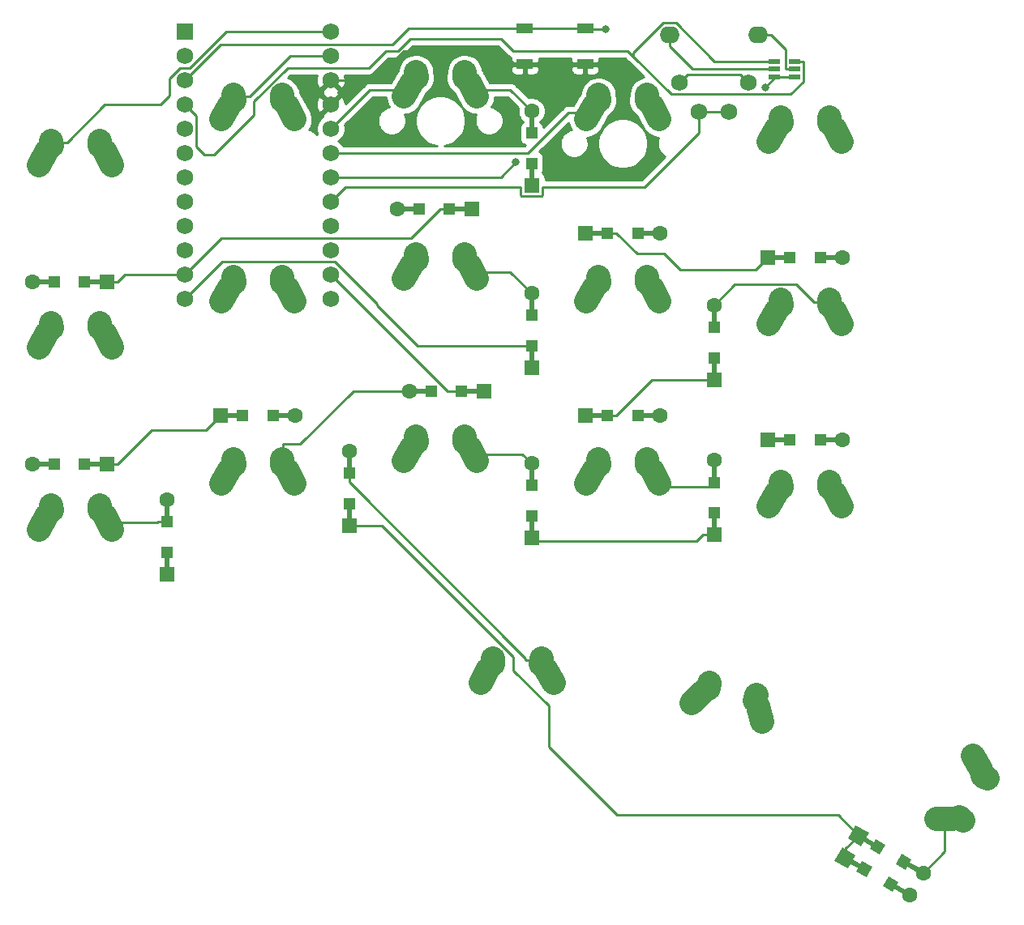
<source format=gbr>
G04 #@! TF.GenerationSoftware,KiCad,Pcbnew,(5.1.5-0-10_14)*
G04 #@! TF.CreationDate,2020-04-20T20:44:16-04:00*
G04 #@! TF.ProjectId,minidox-routed,6d696e69-646f-4782-9d72-6f757465642e,rev?*
G04 #@! TF.SameCoordinates,Original*
G04 #@! TF.FileFunction,Copper,L1,Top*
G04 #@! TF.FilePolarity,Positive*
%FSLAX46Y46*%
G04 Gerber Fmt 4.6, Leading zero omitted, Abs format (unit mm)*
G04 Created by KiCad (PCBNEW (5.1.5-0-10_14)) date 2020-04-20 20:44:16*
%MOMM*%
%LPD*%
G04 APERTURE LIST*
%ADD10R,1.200000X1.200000*%
%ADD11R,1.600000X1.600000*%
%ADD12C,1.600000*%
%ADD13R,2.500000X0.500000*%
%ADD14R,0.500000X2.500000*%
%ADD15C,0.100000*%
%ADD16C,2.500000*%
%ADD17C,1.752600*%
%ADD18O,2.057400X1.752600*%
%ADD19R,1.200000X0.600000*%
%ADD20R,1.700000X1.000000*%
%ADD21R,1.752600X1.752600*%
%ADD22C,0.800000*%
%ADD23C,0.250000*%
%ADD24C,0.254000*%
G04 APERTURE END LIST*
D10*
X64465000Y-135890000D03*
X67615000Y-135890000D03*
D11*
X69940000Y-135890000D03*
D12*
X62140000Y-135890000D03*
D13*
X68740000Y-135890000D03*
X63340000Y-135890000D03*
X101440000Y-128270000D03*
X106840000Y-128270000D03*
D12*
X100240000Y-128270000D03*
D11*
X108040000Y-128270000D03*
D10*
X105715000Y-128270000D03*
X102565000Y-128270000D03*
D14*
X114300000Y-119220000D03*
X114300000Y-124620000D03*
D12*
X114300000Y-118020000D03*
D11*
X114300000Y-125820000D03*
D10*
X114300000Y-123495000D03*
X114300000Y-120345000D03*
D13*
X126525000Y-130810000D03*
X121125000Y-130810000D03*
D12*
X127725000Y-130810000D03*
D11*
X119925000Y-130810000D03*
D10*
X122250000Y-130810000D03*
X125400000Y-130810000D03*
D13*
X145575000Y-133350000D03*
X140175000Y-133350000D03*
D12*
X146775000Y-133350000D03*
D11*
X138975000Y-133350000D03*
D10*
X141300000Y-133350000D03*
X144450000Y-133350000D03*
X64465000Y-154940000D03*
X67615000Y-154940000D03*
D11*
X69940000Y-154940000D03*
D12*
X62140000Y-154940000D03*
D13*
X68740000Y-154940000D03*
X63340000Y-154940000D03*
X88425000Y-149860000D03*
X83025000Y-149860000D03*
D12*
X89625000Y-149860000D03*
D11*
X81825000Y-149860000D03*
D10*
X84150000Y-149860000D03*
X87300000Y-149860000D03*
D14*
X114300000Y-138270000D03*
X114300000Y-143670000D03*
D12*
X114300000Y-137070000D03*
D11*
X114300000Y-144870000D03*
D10*
X114300000Y-142545000D03*
X114300000Y-139395000D03*
D13*
X126525000Y-149860000D03*
X121125000Y-149860000D03*
D12*
X127725000Y-149860000D03*
D11*
X119925000Y-149860000D03*
D10*
X122250000Y-149860000D03*
X125400000Y-149860000D03*
X133350000Y-140665000D03*
X133350000Y-143815000D03*
D11*
X133350000Y-146140000D03*
D12*
X133350000Y-138340000D03*
D14*
X133350000Y-144940000D03*
X133350000Y-139540000D03*
X76200000Y-159860000D03*
X76200000Y-165260000D03*
D12*
X76200000Y-158660000D03*
D11*
X76200000Y-166460000D03*
D10*
X76200000Y-164135000D03*
X76200000Y-160985000D03*
X103835000Y-147320000D03*
X106985000Y-147320000D03*
D11*
X109310000Y-147320000D03*
D12*
X101510000Y-147320000D03*
D13*
X108110000Y-147320000D03*
X102710000Y-147320000D03*
D10*
X114300000Y-157175000D03*
X114300000Y-160325000D03*
D11*
X114300000Y-162650000D03*
D12*
X114300000Y-154850000D03*
D14*
X114300000Y-161450000D03*
X114300000Y-156050000D03*
D10*
X133350000Y-156870000D03*
X133350000Y-160020000D03*
D11*
X133350000Y-162345000D03*
D12*
X133350000Y-154545000D03*
D14*
X133350000Y-161145000D03*
X133350000Y-155745000D03*
D10*
X144450000Y-152400000D03*
X141300000Y-152400000D03*
D11*
X138975000Y-152400000D03*
D12*
X146775000Y-152400000D03*
D13*
X140175000Y-152400000D03*
X145575000Y-152400000D03*
D10*
X95250000Y-155905000D03*
X95250000Y-159055000D03*
D11*
X95250000Y-161380000D03*
D12*
X95250000Y-153580000D03*
D14*
X95250000Y-160180000D03*
X95250000Y-154780000D03*
G04 #@! TA.AperFunction,Conductor*
D15*
G36*
X151549537Y-199010706D02*
G01*
X151799537Y-198577694D01*
X153964601Y-199827694D01*
X153714601Y-200260706D01*
X151549537Y-199010706D01*
G37*
G04 #@! TD.AperFunction*
G04 #@! TA.AperFunction,Conductor*
G36*
X146872999Y-196310706D02*
G01*
X147122999Y-195877694D01*
X149288063Y-197127694D01*
X149038063Y-197560706D01*
X146872999Y-196310706D01*
G37*
G04 #@! TD.AperFunction*
D12*
X153796299Y-200019200D03*
G04 #@! TA.AperFunction,ComponentPad*
D15*
G36*
X145948481Y-196412020D02*
G01*
X146748481Y-195026380D01*
X148134121Y-195826380D01*
X147334121Y-197212020D01*
X145948481Y-196412020D01*
G37*
G04 #@! TD.AperFunction*
G04 #@! TA.AperFunction,SMDPad,CuDef*
G36*
X148235195Y-197501315D02*
G01*
X148835195Y-196462085D01*
X149874425Y-197062085D01*
X149274425Y-198101315D01*
X148235195Y-197501315D01*
G37*
G04 #@! TD.AperFunction*
G04 #@! TA.AperFunction,SMDPad,CuDef*
G36*
X150963175Y-199076315D02*
G01*
X151563175Y-198037085D01*
X152602405Y-198637085D01*
X152002405Y-199676315D01*
X150963175Y-199076315D01*
G37*
G04 #@! TD.AperFunction*
G04 #@! TA.AperFunction,Conductor*
G36*
X152946537Y-196673906D02*
G01*
X153196537Y-196240894D01*
X155361601Y-197490894D01*
X155111601Y-197923906D01*
X152946537Y-196673906D01*
G37*
G04 #@! TD.AperFunction*
G04 #@! TA.AperFunction,Conductor*
G36*
X148269999Y-193973906D02*
G01*
X148519999Y-193540894D01*
X150685063Y-194790894D01*
X150435063Y-195223906D01*
X148269999Y-193973906D01*
G37*
G04 #@! TD.AperFunction*
D12*
X155193299Y-197682400D03*
G04 #@! TA.AperFunction,ComponentPad*
D15*
G36*
X147345481Y-194075220D02*
G01*
X148145481Y-192689580D01*
X149531121Y-193489580D01*
X148731121Y-194875220D01*
X147345481Y-194075220D01*
G37*
G04 #@! TD.AperFunction*
G04 #@! TA.AperFunction,SMDPad,CuDef*
G36*
X149632195Y-195164515D02*
G01*
X150232195Y-194125285D01*
X151271425Y-194725285D01*
X150671425Y-195764515D01*
X149632195Y-195164515D01*
G37*
G04 #@! TD.AperFunction*
G04 #@! TA.AperFunction,SMDPad,CuDef*
G36*
X152360175Y-196739515D02*
G01*
X152960175Y-195700285D01*
X153999405Y-196300285D01*
X153399405Y-197339515D01*
X152360175Y-196739515D01*
G37*
G04 #@! TD.AperFunction*
D16*
X64135276Y-121126672D02*
X64174724Y-121705328D01*
X69674547Y-122206046D02*
X70485453Y-123665954D01*
X63675453Y-122206046D02*
X62864547Y-123665954D01*
X69214724Y-121126672D02*
X69175276Y-121705328D01*
X83185276Y-116364672D02*
X83224724Y-116943328D01*
X88724547Y-117444046D02*
X89535453Y-118903954D01*
X82725453Y-117444046D02*
X81914547Y-118903954D01*
X88264724Y-116364672D02*
X88225276Y-116943328D01*
X102235276Y-113982672D02*
X102274724Y-114561328D01*
X107774547Y-115062046D02*
X108585453Y-116521954D01*
X101775453Y-115062046D02*
X100964547Y-116521954D01*
X107314724Y-113982672D02*
X107275276Y-114561328D01*
X121285276Y-116364672D02*
X121324724Y-116943328D01*
X126824547Y-117444046D02*
X127635453Y-118903954D01*
X120825453Y-117444046D02*
X120014547Y-118903954D01*
X126364724Y-116364672D02*
X126325276Y-116943328D01*
X140335276Y-118745672D02*
X140374724Y-119324328D01*
X145874547Y-119825046D02*
X146685453Y-121284954D01*
X139875453Y-119825046D02*
X139064547Y-121284954D01*
X145414724Y-118745672D02*
X145375276Y-119324328D01*
X69214724Y-140176672D02*
X69175276Y-140755328D01*
X63675453Y-141256046D02*
X62864547Y-142715954D01*
X69674547Y-141256046D02*
X70485453Y-142715954D01*
X64135276Y-140176672D02*
X64174724Y-140755328D01*
X83185276Y-135414672D02*
X83224724Y-135993328D01*
X88724547Y-136494046D02*
X89535453Y-137953954D01*
X82725453Y-136494046D02*
X81914547Y-137953954D01*
X88264724Y-135414672D02*
X88225276Y-135993328D01*
X102235276Y-133032672D02*
X102274724Y-133611328D01*
X107774547Y-134112046D02*
X108585453Y-135571954D01*
X101775453Y-134112046D02*
X100964547Y-135571954D01*
X107314724Y-133032672D02*
X107275276Y-133611328D01*
X121285276Y-135414672D02*
X121324724Y-135993328D01*
X126824547Y-136494046D02*
X127635453Y-137953954D01*
X120825453Y-136494046D02*
X120014547Y-137953954D01*
X126364724Y-135414672D02*
X126325276Y-135993328D01*
X140335276Y-137795672D02*
X140374724Y-138374328D01*
X145874547Y-138875046D02*
X146685453Y-140334954D01*
X139875453Y-138875046D02*
X139064547Y-140334954D01*
X145414724Y-137795672D02*
X145375276Y-138374328D01*
X64135276Y-159226672D02*
X64174724Y-159805328D01*
X69674547Y-160306046D02*
X70485453Y-161765954D01*
X63675453Y-160306046D02*
X62864547Y-161765954D01*
X69214724Y-159226672D02*
X69175276Y-159805328D01*
X88264724Y-154464672D02*
X88225276Y-155043328D01*
X82725453Y-155544046D02*
X81914547Y-157003954D01*
X88724547Y-155544046D02*
X89535453Y-157003954D01*
X83185276Y-154464672D02*
X83224724Y-155043328D01*
X107314724Y-152082672D02*
X107275276Y-152661328D01*
X101775453Y-153162046D02*
X100964547Y-154621954D01*
X107774547Y-153162046D02*
X108585453Y-154621954D01*
X102235276Y-152082672D02*
X102274724Y-152661328D01*
X126364724Y-154464672D02*
X126325276Y-155043328D01*
X120825453Y-155544046D02*
X120014547Y-157003954D01*
X126824547Y-155544046D02*
X127635453Y-157003954D01*
X121285276Y-154464672D02*
X121324724Y-155043328D01*
X145414724Y-156845672D02*
X145375276Y-157424328D01*
X139875453Y-157925046D02*
X139064547Y-159384954D01*
X145874547Y-157925046D02*
X146685453Y-159384954D01*
X140335276Y-156845672D02*
X140374724Y-157424328D01*
X115311724Y-175260672D02*
X115272276Y-175839328D01*
X109772453Y-176340046D02*
X108961547Y-177799954D01*
X115771547Y-176340046D02*
X116582453Y-177799954D01*
X110232276Y-175260672D02*
X110271724Y-175839328D01*
X137798812Y-179107074D02*
X137610940Y-179655804D01*
X132168925Y-178716002D02*
X131007797Y-179916286D01*
X137963604Y-180268681D02*
X138369028Y-181888721D01*
X132892441Y-177792416D02*
X132780779Y-178361566D01*
D17*
X131749800Y-118154200D03*
X136956800Y-115055400D03*
D18*
X137998200Y-110051600D03*
D17*
X129743200Y-115055400D03*
X134950200Y-118154200D03*
D18*
X128701800Y-110051600D03*
D19*
X139673000Y-113665000D03*
X139673000Y-114465000D03*
X139673000Y-112865000D03*
X141783000Y-112865000D03*
X141783000Y-114465000D03*
X141783000Y-113665000D03*
D20*
X113607000Y-109358000D03*
X119907000Y-109358000D03*
X113607000Y-113158000D03*
X119907000Y-113158000D03*
D21*
X78079600Y-109728000D03*
D17*
X78079600Y-112268000D03*
X78079600Y-114808000D03*
X78079600Y-117348000D03*
X78079600Y-119888000D03*
X78079600Y-122428000D03*
X78079600Y-124968000D03*
X78079600Y-127508000D03*
X78079600Y-130048000D03*
X78079600Y-132588000D03*
X78079600Y-135128000D03*
X78079600Y-137668000D03*
X93319600Y-137668000D03*
X93319600Y-135128000D03*
X93319600Y-132588000D03*
X93319600Y-130048000D03*
X93319600Y-127508000D03*
X93319600Y-124968000D03*
X93319600Y-122428000D03*
X93319600Y-119888000D03*
X93319600Y-117348000D03*
X93319600Y-114808000D03*
X93319600Y-112268000D03*
X93319600Y-109728000D03*
D16*
X161954890Y-187792198D02*
X161434034Y-187537034D01*
X158250488Y-192049660D02*
X156580718Y-192021972D01*
X161250035Y-186854294D02*
X160391171Y-185422074D01*
X159415166Y-192191130D02*
X158933758Y-191867638D01*
D22*
X112677900Y-123406600D03*
X138684000Y-115558000D03*
X122057800Y-109474000D03*
D23*
X62140000Y-135890000D02*
X63340000Y-135890000D01*
X63340000Y-135890000D02*
X64465000Y-135890000D01*
X69940000Y-135890000D02*
X68740000Y-135890000D01*
X70502700Y-135890000D02*
X69940000Y-135890000D01*
X70502700Y-135890000D02*
X71065300Y-135890000D01*
X68740000Y-135890000D02*
X67615000Y-135890000D01*
X105715000Y-128270000D02*
X104789700Y-128270000D01*
X104789700Y-128270000D02*
X101741800Y-131317900D01*
X101741800Y-131317900D02*
X81889700Y-131317900D01*
X81889700Y-131317900D02*
X78079600Y-135128000D01*
X105715000Y-128270000D02*
X106840000Y-128270000D01*
X108040000Y-128270000D02*
X106840000Y-128270000D01*
X114300000Y-125820000D02*
X114300000Y-124620000D01*
X114300000Y-123495000D02*
X114300000Y-124620000D01*
X119925000Y-130810000D02*
X121125000Y-130810000D01*
X122250000Y-130810000D02*
X121125000Y-130810000D01*
X140175000Y-133350000D02*
X138975000Y-133350000D01*
X141300000Y-133350000D02*
X140175000Y-133350000D01*
X78079600Y-135128000D02*
X71827300Y-135128000D01*
X71827300Y-135128000D02*
X71065300Y-135890000D01*
X122712700Y-130810000D02*
X122250000Y-130810000D01*
X123175300Y-130810000D02*
X122712700Y-130810000D01*
X125334300Y-132969000D02*
X123175300Y-130810000D01*
X128143000Y-132969000D02*
X125334300Y-132969000D01*
X137705000Y-134620000D02*
X129794000Y-134620000D01*
X129794000Y-134620000D02*
X128143000Y-132969000D01*
X138975000Y-133350000D02*
X137705000Y-134620000D01*
X100240000Y-128270000D02*
X101440000Y-128270000D01*
X102565000Y-128270000D02*
X101440000Y-128270000D01*
X114300000Y-118020000D02*
X114300000Y-119220000D01*
X108180000Y-115792000D02*
X112072000Y-115792000D01*
X112072000Y-115792000D02*
X114300000Y-118020000D01*
X114300000Y-120345000D02*
X114300000Y-119220000D01*
X127725000Y-130810000D02*
X126525000Y-130810000D01*
X125400000Y-130810000D02*
X126525000Y-130810000D01*
X146775000Y-133350000D02*
X145575000Y-133350000D01*
X144450000Y-133350000D02*
X145575000Y-133350000D01*
X62140000Y-154940000D02*
X63340000Y-154940000D01*
X63340000Y-154940000D02*
X64465000Y-154940000D01*
X78079600Y-137668000D02*
X81957900Y-133789700D01*
X81957900Y-133789700D02*
X93767100Y-133789700D01*
X93767100Y-133789700D02*
X98158500Y-138181100D01*
X98158500Y-138181100D02*
X98158500Y-138319600D01*
X98158500Y-138319600D02*
X102383900Y-142545000D01*
X102383900Y-142545000D02*
X114300000Y-142545000D01*
X68740000Y-154940000D02*
X67615000Y-154940000D01*
X69940000Y-154940000D02*
X68740000Y-154940000D01*
X114300000Y-143670000D02*
X114300000Y-144870000D01*
X133350000Y-144940000D02*
X133350000Y-146140000D01*
X133350000Y-143815000D02*
X133350000Y-144940000D01*
X83025000Y-149860000D02*
X81825000Y-149860000D01*
X84150000Y-149860000D02*
X83025000Y-149860000D01*
X122250000Y-149860000D02*
X123175300Y-149860000D01*
X123175300Y-149860000D02*
X126895300Y-146140000D01*
X126895300Y-146140000D02*
X133350000Y-146140000D01*
X122250000Y-149860000D02*
X121125000Y-149860000D01*
X114300000Y-142545000D02*
X114300000Y-143670000D01*
X119925000Y-149860000D02*
X121125000Y-149860000D01*
X70502700Y-154940000D02*
X69940000Y-154940000D01*
X71065300Y-154940000D02*
X70502700Y-154940000D01*
X74621300Y-151384000D02*
X71065300Y-154940000D01*
X80301000Y-151384000D02*
X74621300Y-151384000D01*
X81825000Y-149860000D02*
X80301000Y-151384000D01*
X89625000Y-149860000D02*
X88425000Y-149860000D01*
X87300000Y-149860000D02*
X88425000Y-149860000D01*
X114300000Y-137070000D02*
X114300000Y-138270000D01*
X108180000Y-134842000D02*
X112072000Y-134842000D01*
X112072000Y-134842000D02*
X114300000Y-137070000D01*
X114300000Y-139395000D02*
X114300000Y-138270000D01*
X127725000Y-149860000D02*
X126525000Y-149860000D01*
X125400000Y-149860000D02*
X126525000Y-149860000D01*
X133350000Y-139540000D02*
X133350000Y-138340000D01*
X133350000Y-140665000D02*
X133350000Y-139540000D01*
X145395000Y-138085000D02*
X143759200Y-137973500D01*
X143759200Y-137973500D02*
X141966500Y-136180800D01*
X141966500Y-136180800D02*
X135509200Y-136180800D01*
X135509200Y-136180800D02*
X133350000Y-138340000D01*
X106985000Y-147320000D02*
X105511600Y-147320000D01*
X105511600Y-147320000D02*
X93319600Y-135128000D01*
X108110000Y-147320000D02*
X106985000Y-147320000D01*
X109310000Y-147320000D02*
X108110000Y-147320000D01*
X133350000Y-162345000D02*
X132224700Y-162345000D01*
X114300000Y-162650000D02*
X114300000Y-163025300D01*
X114300000Y-161450000D02*
X114300000Y-162650000D01*
X114300000Y-163025300D02*
X131544400Y-163025300D01*
X131544400Y-163025300D02*
X132224700Y-162345000D01*
X114300000Y-161450000D02*
X114300000Y-160325000D01*
X133350000Y-161145000D02*
X133350000Y-162345000D01*
X133350000Y-160020000D02*
X133350000Y-161145000D01*
X138975000Y-152400000D02*
X140175000Y-152400000D01*
X140175000Y-152400000D02*
X141300000Y-152400000D01*
X76200000Y-166460000D02*
X76200000Y-165260000D01*
X76200000Y-164135000D02*
X76200000Y-165260000D01*
X76200000Y-158660000D02*
X76200000Y-159860000D01*
X75737400Y-160985000D02*
X76200000Y-160522400D01*
X76200000Y-160522400D02*
X76200000Y-159860000D01*
X75737400Y-160985000D02*
X75274700Y-160985000D01*
X76200000Y-160985000D02*
X75737400Y-160985000D01*
X70080000Y-161036000D02*
X75223700Y-161036000D01*
X75223700Y-161036000D02*
X75274700Y-160985000D01*
X88245000Y-154754000D02*
X88374900Y-152848500D01*
X88374900Y-152848500D02*
X90150500Y-152848500D01*
X90150500Y-152848500D02*
X95679000Y-147320000D01*
X95679000Y-147320000D02*
X101510000Y-147320000D01*
X101510000Y-147320000D02*
X102710000Y-147320000D01*
X102710000Y-147320000D02*
X103835000Y-147320000D01*
X114300000Y-157175000D02*
X114300000Y-156050000D01*
X114300000Y-156050000D02*
X114300000Y-154850000D01*
X108180000Y-153892000D02*
X113342000Y-153892000D01*
X113342000Y-153892000D02*
X114300000Y-154850000D01*
X133350000Y-155745000D02*
X133350000Y-154545000D01*
X133350000Y-156138800D02*
X133350000Y-155745000D01*
X133350000Y-156138800D02*
X133350000Y-156532600D01*
X133350000Y-156870000D02*
X133350000Y-157320300D01*
X133350000Y-156532600D02*
X133350000Y-156870000D01*
X127230000Y-156274000D02*
X128276300Y-157320300D01*
X128276300Y-157320300D02*
X133350000Y-157320300D01*
X146775000Y-152400000D02*
X145575000Y-152400000D01*
X145575000Y-152400000D02*
X144450000Y-152400000D01*
X95250000Y-160180000D02*
X95250000Y-161380000D01*
X95250000Y-159055000D02*
X95250000Y-160180000D01*
X147041301Y-195179400D02*
X147041301Y-196119200D01*
X148438301Y-193782400D02*
X147041301Y-195179400D01*
X98677400Y-161380000D02*
X95250000Y-161380000D01*
X112395000Y-175097600D02*
X98677400Y-161380000D01*
X112395000Y-176531026D02*
X112395000Y-175097600D01*
X116078000Y-184531000D02*
X116078000Y-180214026D01*
X123193700Y-191646700D02*
X116078000Y-184531000D01*
X116078000Y-180214026D02*
X112395000Y-176531026D01*
X146302601Y-191646700D02*
X123193700Y-191646700D01*
X148438301Y-193782400D02*
X146302601Y-191646700D01*
X95250000Y-154780000D02*
X95250000Y-153580000D01*
X95250000Y-155905000D02*
X95250000Y-154780000D01*
X95250000Y-155905000D02*
X95250000Y-156830300D01*
X115292000Y-175550000D02*
X113656200Y-175438500D01*
X113656200Y-175438500D02*
X113656200Y-175236500D01*
X113656200Y-175236500D02*
X95250000Y-156830300D01*
X157415603Y-195460096D02*
X157415603Y-192035816D01*
X155193299Y-197682400D02*
X157415603Y-195460096D01*
X64155000Y-121416000D02*
X65790800Y-121304500D01*
X65790800Y-121304500D02*
X69717600Y-117377700D01*
X69717600Y-117377700D02*
X75521900Y-117377700D01*
X75521900Y-117377700D02*
X76514100Y-116385500D01*
X76514100Y-116385500D02*
X76514100Y-114604800D01*
X76514100Y-114604800D02*
X77580900Y-113538000D01*
X77580900Y-113538000D02*
X78586000Y-113538000D01*
X78586000Y-113538000D02*
X82396000Y-109728000D01*
X82396000Y-109728000D02*
X93319600Y-109728000D01*
X83205000Y-116654000D02*
X84840800Y-116542500D01*
X84840800Y-116542500D02*
X89115300Y-112268000D01*
X89115300Y-112268000D02*
X93319600Y-112268000D01*
X93319600Y-119888000D02*
X97415600Y-115792000D01*
X97415600Y-115792000D02*
X101370000Y-115792000D01*
X93319600Y-122428000D02*
X113921800Y-122428000D01*
X113921800Y-122428000D02*
X118175800Y-118174000D01*
X118175800Y-118174000D02*
X120420000Y-118174000D01*
X112677900Y-123406600D02*
X111116500Y-124968000D01*
X111116500Y-124968000D02*
X93319600Y-124968000D01*
X134950200Y-118154200D02*
X131749800Y-118154200D01*
X115425001Y-126880001D02*
X115425001Y-125984000D01*
X115360001Y-126945001D02*
X115425001Y-126880001D01*
X113174999Y-125984000D02*
X113174999Y-126880001D01*
X94843600Y-125984000D02*
X113174999Y-125984000D01*
X113239999Y-126945001D02*
X115360001Y-126945001D01*
X126077400Y-125984000D02*
X131749800Y-120311600D01*
X113174999Y-126880001D02*
X113239999Y-126945001D01*
X131749800Y-120311600D02*
X131749800Y-118154200D01*
X115425001Y-125984000D02*
X126077400Y-125984000D01*
X93319600Y-127508000D02*
X94843600Y-125984000D01*
X129743200Y-115055400D02*
X130565700Y-114232900D01*
X130565700Y-114232900D02*
X136134300Y-114232900D01*
X136134300Y-114232900D02*
X136956800Y-115055400D01*
X137998200Y-110051600D02*
X139352200Y-110051600D01*
X141783000Y-113665000D02*
X140857700Y-113665000D01*
X140857700Y-113665000D02*
X140857700Y-111557100D01*
X140857700Y-111557100D02*
X139352200Y-110051600D01*
X128701800Y-110051600D02*
X128701800Y-111253200D01*
X139673000Y-113665000D02*
X131113600Y-113665000D01*
X131113600Y-113665000D02*
X128701800Y-111253200D01*
X141783000Y-114465000D02*
X139673000Y-114465000D01*
X139673000Y-114569000D02*
X138684000Y-115558000D01*
X139673000Y-114465000D02*
X139673000Y-114569000D01*
X112507000Y-113158000D02*
X113607000Y-113158000D01*
X111109000Y-111760000D02*
X112507000Y-113158000D01*
X93319600Y-114808000D02*
X97914936Y-114808000D01*
X97914936Y-114808000D02*
X100962936Y-111760000D01*
X100962936Y-111760000D02*
X111109000Y-111760000D01*
X124925700Y-112332600D02*
X128876100Y-116283000D01*
X128876100Y-116283000D02*
X141382000Y-116283000D01*
X141382000Y-116283000D02*
X142708300Y-114956700D01*
X142708300Y-114956700D02*
X142708300Y-112865000D01*
X124925700Y-112332600D02*
X124925700Y-111935000D01*
X124925700Y-111935000D02*
X128025400Y-108835300D01*
X128025400Y-108835300D02*
X129392000Y-108835300D01*
X129392000Y-108835300D02*
X133421700Y-112865000D01*
X133421700Y-112865000D02*
X139673000Y-112865000D01*
X141783000Y-112865000D02*
X142708300Y-112865000D01*
X111125000Y-110490000D02*
X112395000Y-111760000D01*
X101596526Y-110490000D02*
X111125000Y-110490000D01*
X100326526Y-111760000D02*
X101596526Y-110490000D01*
X124353100Y-111760000D02*
X124925700Y-112332600D01*
X80133300Y-122640100D02*
X81119500Y-122640100D01*
X88808300Y-113538000D02*
X97282000Y-113538000D01*
X85291200Y-117055100D02*
X88808300Y-113538000D01*
X99060000Y-111760000D02*
X100326526Y-111760000D01*
X79281300Y-121788100D02*
X80133300Y-122640100D01*
X85291200Y-118468400D02*
X85291200Y-117055100D01*
X81119500Y-122640100D02*
X85291200Y-118468400D01*
X97282000Y-113538000D02*
X99060000Y-111760000D01*
X79281300Y-118549700D02*
X79281300Y-121788100D01*
X112395000Y-111760000D02*
X124353100Y-111760000D01*
X78079600Y-117348000D02*
X79281300Y-118549700D01*
X113607000Y-109358000D02*
X119907000Y-109358000D01*
X120023000Y-109474000D02*
X119907000Y-109358000D01*
X122057800Y-109474000D02*
X120023000Y-109474000D01*
X101462000Y-109358000D02*
X112507000Y-109358000D01*
X99758200Y-111061800D02*
X101462000Y-109358000D01*
X112507000Y-109358000D02*
X113607000Y-109358000D01*
X81825800Y-111061800D02*
X99758200Y-111061800D01*
X78079600Y-114808000D02*
X81825800Y-111061800D01*
D24*
G36*
X111831200Y-112271002D02*
G01*
X111854999Y-112300001D01*
X111970724Y-112394974D01*
X112102753Y-112465546D01*
X112147674Y-112479172D01*
X112131188Y-112533518D01*
X112118928Y-112658000D01*
X112122000Y-112872250D01*
X112280750Y-113031000D01*
X113480000Y-113031000D01*
X113480000Y-113011000D01*
X113734000Y-113011000D01*
X113734000Y-113031000D01*
X114933250Y-113031000D01*
X115092000Y-112872250D01*
X115095072Y-112658000D01*
X115082812Y-112533518D01*
X115078711Y-112520000D01*
X118435289Y-112520000D01*
X118431188Y-112533518D01*
X118418928Y-112658000D01*
X118422000Y-112872250D01*
X118580750Y-113031000D01*
X119780000Y-113031000D01*
X119780000Y-113011000D01*
X120034000Y-113011000D01*
X120034000Y-113031000D01*
X121233250Y-113031000D01*
X121392000Y-112872250D01*
X121395072Y-112658000D01*
X121382812Y-112533518D01*
X121378711Y-112520000D01*
X124038299Y-112520000D01*
X124361900Y-112843602D01*
X124385699Y-112872601D01*
X124414703Y-112896404D01*
X126026511Y-114508212D01*
X125760575Y-114569486D01*
X125421960Y-114721844D01*
X125119575Y-114937335D01*
X124865041Y-115207677D01*
X124668137Y-115522483D01*
X124536434Y-115869653D01*
X124490387Y-116144084D01*
X124438344Y-116907505D01*
X124446721Y-117185645D01*
X124530090Y-117547477D01*
X124682448Y-117886092D01*
X124897939Y-118188477D01*
X125168281Y-118443011D01*
X125252372Y-118495608D01*
X126032556Y-119900206D01*
X126190868Y-120129050D01*
X126457629Y-120387335D01*
X126769655Y-120588615D01*
X127114951Y-120725153D01*
X127480250Y-120791704D01*
X127567446Y-120790296D01*
X127476202Y-121010579D01*
X127419100Y-121297652D01*
X127419100Y-121590348D01*
X127476202Y-121877421D01*
X127588212Y-122147838D01*
X127750826Y-122391206D01*
X127957794Y-122598174D01*
X128201162Y-122760788D01*
X128218591Y-122768007D01*
X125762599Y-125224000D01*
X115738072Y-125224000D01*
X115738072Y-125020000D01*
X115725812Y-124895518D01*
X115689502Y-124775820D01*
X115630537Y-124665506D01*
X115551185Y-124568815D01*
X115454494Y-124489463D01*
X115415042Y-124468375D01*
X115430537Y-124449494D01*
X115489502Y-124339180D01*
X115525812Y-124219482D01*
X115538072Y-124095000D01*
X115538072Y-122895000D01*
X115525812Y-122770518D01*
X115489502Y-122650820D01*
X115430537Y-122540506D01*
X115351185Y-122443815D01*
X115254494Y-122364463D01*
X115144180Y-122305498D01*
X115124940Y-122299662D01*
X118163575Y-119261028D01*
X118193348Y-119424455D01*
X118329886Y-119769752D01*
X118468132Y-119984062D01*
X118311579Y-120015202D01*
X118041162Y-120127212D01*
X117797794Y-120289826D01*
X117590826Y-120496794D01*
X117428212Y-120740162D01*
X117316202Y-121010579D01*
X117259100Y-121297652D01*
X117259100Y-121590348D01*
X117316202Y-121877421D01*
X117428212Y-122147838D01*
X117590826Y-122391206D01*
X117797794Y-122598174D01*
X118041162Y-122760788D01*
X118311579Y-122872798D01*
X118598652Y-122929900D01*
X118891348Y-122929900D01*
X119178421Y-122872798D01*
X119448838Y-122760788D01*
X119692206Y-122598174D01*
X119899174Y-122391206D01*
X120061788Y-122147838D01*
X120173798Y-121877421D01*
X120230900Y-121590348D01*
X120230900Y-121297652D01*
X120208508Y-121185076D01*
X121196100Y-121185076D01*
X121196100Y-121702924D01*
X121297127Y-122210822D01*
X121495299Y-122689251D01*
X121783000Y-123119826D01*
X122149174Y-123486000D01*
X122579749Y-123773701D01*
X123058178Y-123971873D01*
X123566076Y-124072900D01*
X124083924Y-124072900D01*
X124591822Y-123971873D01*
X125070251Y-123773701D01*
X125500826Y-123486000D01*
X125867000Y-123119826D01*
X126154701Y-122689251D01*
X126352873Y-122210822D01*
X126453900Y-121702924D01*
X126453900Y-121185076D01*
X126352873Y-120677178D01*
X126154701Y-120198749D01*
X125867000Y-119768174D01*
X125500826Y-119402000D01*
X125070251Y-119114299D01*
X124591822Y-118916127D01*
X124083924Y-118815100D01*
X123566076Y-118815100D01*
X123058178Y-118916127D01*
X122579749Y-119114299D01*
X122149174Y-119402000D01*
X121783000Y-119768174D01*
X121495299Y-120198749D01*
X121297127Y-120677178D01*
X121196100Y-121185076D01*
X120208508Y-121185076D01*
X120173798Y-121010579D01*
X120082554Y-120790296D01*
X120169749Y-120791704D01*
X120535048Y-120725153D01*
X120880345Y-120588615D01*
X121192371Y-120387335D01*
X121459132Y-120129050D01*
X121617444Y-119900206D01*
X122397629Y-118495607D01*
X122481719Y-118443011D01*
X122752061Y-118188477D01*
X122967552Y-117886092D01*
X123119910Y-117547477D01*
X123203279Y-117185645D01*
X123211656Y-116907504D01*
X123159613Y-116144084D01*
X123113566Y-115869653D01*
X122981863Y-115522483D01*
X122784959Y-115207677D01*
X122530425Y-114937335D01*
X122228040Y-114721844D01*
X121889425Y-114569486D01*
X121527593Y-114486117D01*
X121156450Y-114474939D01*
X120790257Y-114536382D01*
X120443087Y-114668085D01*
X120128281Y-114864989D01*
X119857939Y-115119523D01*
X119642448Y-115421908D01*
X119490090Y-115760523D01*
X119406721Y-116122355D01*
X119404501Y-116196068D01*
X119380868Y-116218950D01*
X119222556Y-116447794D01*
X118685877Y-117414000D01*
X118213122Y-117414000D01*
X118175799Y-117410324D01*
X118138476Y-117414000D01*
X118138467Y-117414000D01*
X118026814Y-117424997D01*
X117883553Y-117468454D01*
X117751524Y-117539026D01*
X117751522Y-117539027D01*
X117751523Y-117539027D01*
X117664796Y-117610201D01*
X117664792Y-117610205D01*
X117635799Y-117633999D01*
X117612005Y-117662992D01*
X115537348Y-119737650D01*
X115525812Y-119620518D01*
X115489502Y-119500820D01*
X115430537Y-119390506D01*
X115351185Y-119293815D01*
X115254494Y-119214463D01*
X115188072Y-119178959D01*
X115188072Y-119152469D01*
X115214759Y-119134637D01*
X115414637Y-118934759D01*
X115571680Y-118699727D01*
X115679853Y-118438574D01*
X115735000Y-118161335D01*
X115735000Y-117878665D01*
X115679853Y-117601426D01*
X115571680Y-117340273D01*
X115414637Y-117105241D01*
X115214759Y-116905363D01*
X114979727Y-116748320D01*
X114718574Y-116640147D01*
X114441335Y-116585000D01*
X114158665Y-116585000D01*
X113976114Y-116621312D01*
X112635804Y-115281003D01*
X112612001Y-115251999D01*
X112496276Y-115157026D01*
X112364247Y-115086454D01*
X112220986Y-115042997D01*
X112109333Y-115032000D01*
X112109322Y-115032000D01*
X112072000Y-115028324D01*
X112034678Y-115032000D01*
X109914123Y-115032000D01*
X109377444Y-114065794D01*
X109219132Y-113836950D01*
X109195499Y-113814068D01*
X109193279Y-113740355D01*
X109174304Y-113658000D01*
X112118928Y-113658000D01*
X112131188Y-113782482D01*
X112167498Y-113902180D01*
X112226463Y-114012494D01*
X112305815Y-114109185D01*
X112402506Y-114188537D01*
X112512820Y-114247502D01*
X112632518Y-114283812D01*
X112757000Y-114296072D01*
X113321250Y-114293000D01*
X113480000Y-114134250D01*
X113480000Y-113285000D01*
X113734000Y-113285000D01*
X113734000Y-114134250D01*
X113892750Y-114293000D01*
X114457000Y-114296072D01*
X114581482Y-114283812D01*
X114701180Y-114247502D01*
X114811494Y-114188537D01*
X114908185Y-114109185D01*
X114987537Y-114012494D01*
X115046502Y-113902180D01*
X115082812Y-113782482D01*
X115095072Y-113658000D01*
X118418928Y-113658000D01*
X118431188Y-113782482D01*
X118467498Y-113902180D01*
X118526463Y-114012494D01*
X118605815Y-114109185D01*
X118702506Y-114188537D01*
X118812820Y-114247502D01*
X118932518Y-114283812D01*
X119057000Y-114296072D01*
X119621250Y-114293000D01*
X119780000Y-114134250D01*
X119780000Y-113285000D01*
X120034000Y-113285000D01*
X120034000Y-114134250D01*
X120192750Y-114293000D01*
X120757000Y-114296072D01*
X120881482Y-114283812D01*
X121001180Y-114247502D01*
X121111494Y-114188537D01*
X121208185Y-114109185D01*
X121287537Y-114012494D01*
X121346502Y-113902180D01*
X121382812Y-113782482D01*
X121395072Y-113658000D01*
X121392000Y-113443750D01*
X121233250Y-113285000D01*
X120034000Y-113285000D01*
X119780000Y-113285000D01*
X118580750Y-113285000D01*
X118422000Y-113443750D01*
X118418928Y-113658000D01*
X115095072Y-113658000D01*
X115092000Y-113443750D01*
X114933250Y-113285000D01*
X113734000Y-113285000D01*
X113480000Y-113285000D01*
X112280750Y-113285000D01*
X112122000Y-113443750D01*
X112118928Y-113658000D01*
X109174304Y-113658000D01*
X109109910Y-113378523D01*
X108957552Y-113039908D01*
X108742061Y-112737523D01*
X108471719Y-112482989D01*
X108156913Y-112286086D01*
X107809743Y-112154382D01*
X107443550Y-112092939D01*
X107072407Y-112104117D01*
X106710575Y-112187486D01*
X106371960Y-112339844D01*
X106069575Y-112555335D01*
X105815041Y-112825677D01*
X105618137Y-113140483D01*
X105486434Y-113487653D01*
X105440387Y-113762084D01*
X105388344Y-114525505D01*
X105396721Y-114803645D01*
X105480090Y-115165477D01*
X105632448Y-115504092D01*
X105847939Y-115806477D01*
X106118281Y-116061011D01*
X106202372Y-116113608D01*
X106982556Y-117518206D01*
X107140868Y-117747050D01*
X107407629Y-118005335D01*
X107719655Y-118206615D01*
X108064951Y-118343153D01*
X108430250Y-118409704D01*
X108517446Y-118408296D01*
X108426202Y-118628579D01*
X108369100Y-118915652D01*
X108369100Y-119208348D01*
X108426202Y-119495421D01*
X108538212Y-119765838D01*
X108700826Y-120009206D01*
X108907794Y-120216174D01*
X109151162Y-120378788D01*
X109421579Y-120490798D01*
X109708652Y-120547900D01*
X110001348Y-120547900D01*
X110288421Y-120490798D01*
X110558838Y-120378788D01*
X110802206Y-120216174D01*
X111009174Y-120009206D01*
X111171788Y-119765838D01*
X111283798Y-119495421D01*
X111340900Y-119208348D01*
X111340900Y-118915652D01*
X111283798Y-118628579D01*
X111171788Y-118358162D01*
X111009174Y-118114794D01*
X110802206Y-117907826D01*
X110558838Y-117745212D01*
X110288421Y-117633202D01*
X110131868Y-117602062D01*
X110270114Y-117387752D01*
X110406652Y-117042455D01*
X110473203Y-116677156D01*
X110471182Y-116552000D01*
X111757199Y-116552000D01*
X112901312Y-117696114D01*
X112865000Y-117878665D01*
X112865000Y-118161335D01*
X112920147Y-118438574D01*
X113028320Y-118699727D01*
X113185363Y-118934759D01*
X113385241Y-119134637D01*
X113411928Y-119152469D01*
X113411928Y-119178959D01*
X113345506Y-119214463D01*
X113248815Y-119293815D01*
X113169463Y-119390506D01*
X113110498Y-119500820D01*
X113074188Y-119620518D01*
X113061928Y-119745000D01*
X113061928Y-120945000D01*
X113074188Y-121069482D01*
X113110498Y-121189180D01*
X113169463Y-121299494D01*
X113248815Y-121396185D01*
X113345506Y-121475537D01*
X113455820Y-121534502D01*
X113575518Y-121570812D01*
X113692651Y-121582348D01*
X113606999Y-121668000D01*
X105149050Y-121668000D01*
X105541822Y-121589873D01*
X106020251Y-121391701D01*
X106450826Y-121104000D01*
X106817000Y-120737826D01*
X107104701Y-120307251D01*
X107302873Y-119828822D01*
X107403900Y-119320924D01*
X107403900Y-118803076D01*
X107302873Y-118295178D01*
X107104701Y-117816749D01*
X106817000Y-117386174D01*
X106450826Y-117020000D01*
X106020251Y-116732299D01*
X105541822Y-116534127D01*
X105033924Y-116433100D01*
X104516076Y-116433100D01*
X104008178Y-116534127D01*
X103529749Y-116732299D01*
X103099174Y-117020000D01*
X102733000Y-117386174D01*
X102445299Y-117816749D01*
X102247127Y-118295178D01*
X102146100Y-118803076D01*
X102146100Y-119320924D01*
X102247127Y-119828822D01*
X102445299Y-120307251D01*
X102733000Y-120737826D01*
X103099174Y-121104000D01*
X103529749Y-121391701D01*
X104008178Y-121589873D01*
X104400950Y-121668000D01*
X94629410Y-121668000D01*
X94493504Y-121464602D01*
X94282998Y-121254096D01*
X94139180Y-121158000D01*
X94282998Y-121061904D01*
X94493504Y-120851398D01*
X94658897Y-120603869D01*
X94772822Y-120328830D01*
X94830900Y-120036850D01*
X94830900Y-119739150D01*
X94783176Y-119499225D01*
X97730402Y-116552000D01*
X99078818Y-116552000D01*
X99076797Y-116677156D01*
X99143348Y-117042455D01*
X99279886Y-117387752D01*
X99418132Y-117602062D01*
X99261579Y-117633202D01*
X98991162Y-117745212D01*
X98747794Y-117907826D01*
X98540826Y-118114794D01*
X98378212Y-118358162D01*
X98266202Y-118628579D01*
X98209100Y-118915652D01*
X98209100Y-119208348D01*
X98266202Y-119495421D01*
X98378212Y-119765838D01*
X98540826Y-120009206D01*
X98747794Y-120216174D01*
X98991162Y-120378788D01*
X99261579Y-120490798D01*
X99548652Y-120547900D01*
X99841348Y-120547900D01*
X100128421Y-120490798D01*
X100398838Y-120378788D01*
X100642206Y-120216174D01*
X100849174Y-120009206D01*
X101011788Y-119765838D01*
X101123798Y-119495421D01*
X101180900Y-119208348D01*
X101180900Y-118915652D01*
X101123798Y-118628579D01*
X101032554Y-118408296D01*
X101119749Y-118409704D01*
X101485048Y-118343153D01*
X101830345Y-118206615D01*
X102142371Y-118005335D01*
X102409132Y-117747050D01*
X102567444Y-117518206D01*
X103347629Y-116113607D01*
X103431719Y-116061011D01*
X103702061Y-115806477D01*
X103917552Y-115504092D01*
X104069910Y-115165477D01*
X104153279Y-114803645D01*
X104161656Y-114525504D01*
X104109613Y-113762084D01*
X104063566Y-113487653D01*
X103931863Y-113140483D01*
X103734959Y-112825677D01*
X103480425Y-112555335D01*
X103178040Y-112339844D01*
X102839425Y-112187486D01*
X102477593Y-112104117D01*
X102106450Y-112092939D01*
X101740257Y-112154382D01*
X101393087Y-112286085D01*
X101078281Y-112482989D01*
X100807939Y-112737523D01*
X100592448Y-113039908D01*
X100440090Y-113378523D01*
X100356721Y-113740355D01*
X100354501Y-113814068D01*
X100330868Y-113836950D01*
X100172556Y-114065794D01*
X99635877Y-115032000D01*
X97452925Y-115032000D01*
X97415600Y-115028324D01*
X97378275Y-115032000D01*
X97378267Y-115032000D01*
X97266614Y-115042997D01*
X97123353Y-115086454D01*
X96991324Y-115157026D01*
X96875599Y-115251999D01*
X96851801Y-115280997D01*
X94835828Y-117296971D01*
X94836713Y-117280509D01*
X94794396Y-116985833D01*
X94695402Y-116705073D01*
X94618529Y-116561254D01*
X94366769Y-116480437D01*
X93499205Y-117348000D01*
X93513348Y-117362142D01*
X93333742Y-117541748D01*
X93319600Y-117527605D01*
X92452037Y-118395169D01*
X92519409Y-118605045D01*
X92356202Y-118714096D01*
X92145696Y-118924602D01*
X91980303Y-119172131D01*
X91866378Y-119447170D01*
X91808300Y-119739150D01*
X91808300Y-120036850D01*
X91866378Y-120328830D01*
X91919530Y-120457150D01*
X91752206Y-120289826D01*
X91508838Y-120127212D01*
X91238421Y-120015202D01*
X91081868Y-119984062D01*
X91220114Y-119769752D01*
X91356652Y-119424455D01*
X91423203Y-119059156D01*
X91417209Y-118687891D01*
X91338900Y-118324930D01*
X91228275Y-118069597D01*
X90864952Y-117415491D01*
X91802487Y-117415491D01*
X91844804Y-117710167D01*
X91943798Y-117990927D01*
X92020671Y-118134746D01*
X92272431Y-118215563D01*
X93139995Y-117348000D01*
X92272431Y-116480437D01*
X92020671Y-116561254D01*
X91892143Y-116829779D01*
X91818471Y-117118219D01*
X91802487Y-117415491D01*
X90864952Y-117415491D01*
X90327444Y-116447794D01*
X90169132Y-116218950D01*
X90145499Y-116196068D01*
X90143279Y-116122355D01*
X90081718Y-115855169D01*
X92452037Y-115855169D01*
X92523568Y-116078000D01*
X92452037Y-116300831D01*
X93319600Y-117168395D01*
X94187163Y-116300831D01*
X94115632Y-116078000D01*
X94187163Y-115855169D01*
X93319600Y-114987605D01*
X92452037Y-115855169D01*
X90081718Y-115855169D01*
X90059910Y-115760523D01*
X89907552Y-115421908D01*
X89692061Y-115119523D01*
X89421719Y-114864989D01*
X89106913Y-114668086D01*
X88850348Y-114570754D01*
X89123102Y-114298000D01*
X91890043Y-114298000D01*
X91818471Y-114578219D01*
X91802487Y-114875491D01*
X91844804Y-115170167D01*
X91943798Y-115450927D01*
X92020671Y-115594746D01*
X92272431Y-115675563D01*
X93139995Y-114808000D01*
X93125852Y-114793858D01*
X93305458Y-114614253D01*
X93319600Y-114628395D01*
X93333743Y-114614253D01*
X93513348Y-114793858D01*
X93499205Y-114808000D01*
X94366769Y-115675563D01*
X94618529Y-115594746D01*
X94747057Y-115326221D01*
X94820729Y-115037781D01*
X94836713Y-114740509D01*
X94794396Y-114445833D01*
X94742271Y-114298000D01*
X97244678Y-114298000D01*
X97282000Y-114301676D01*
X97319322Y-114298000D01*
X97319333Y-114298000D01*
X97430986Y-114287003D01*
X97574247Y-114243546D01*
X97706276Y-114172974D01*
X97822001Y-114078001D01*
X97845804Y-114048997D01*
X99374802Y-112520000D01*
X100289204Y-112520000D01*
X100326526Y-112523676D01*
X100363848Y-112520000D01*
X100363859Y-112520000D01*
X100475512Y-112509003D01*
X100618773Y-112465546D01*
X100750802Y-112394974D01*
X100866527Y-112300001D01*
X100890330Y-112270997D01*
X101911328Y-111250000D01*
X110810199Y-111250000D01*
X111831200Y-112271002D01*
G37*
X111831200Y-112271002D02*
X111854999Y-112300001D01*
X111970724Y-112394974D01*
X112102753Y-112465546D01*
X112147674Y-112479172D01*
X112131188Y-112533518D01*
X112118928Y-112658000D01*
X112122000Y-112872250D01*
X112280750Y-113031000D01*
X113480000Y-113031000D01*
X113480000Y-113011000D01*
X113734000Y-113011000D01*
X113734000Y-113031000D01*
X114933250Y-113031000D01*
X115092000Y-112872250D01*
X115095072Y-112658000D01*
X115082812Y-112533518D01*
X115078711Y-112520000D01*
X118435289Y-112520000D01*
X118431188Y-112533518D01*
X118418928Y-112658000D01*
X118422000Y-112872250D01*
X118580750Y-113031000D01*
X119780000Y-113031000D01*
X119780000Y-113011000D01*
X120034000Y-113011000D01*
X120034000Y-113031000D01*
X121233250Y-113031000D01*
X121392000Y-112872250D01*
X121395072Y-112658000D01*
X121382812Y-112533518D01*
X121378711Y-112520000D01*
X124038299Y-112520000D01*
X124361900Y-112843602D01*
X124385699Y-112872601D01*
X124414703Y-112896404D01*
X126026511Y-114508212D01*
X125760575Y-114569486D01*
X125421960Y-114721844D01*
X125119575Y-114937335D01*
X124865041Y-115207677D01*
X124668137Y-115522483D01*
X124536434Y-115869653D01*
X124490387Y-116144084D01*
X124438344Y-116907505D01*
X124446721Y-117185645D01*
X124530090Y-117547477D01*
X124682448Y-117886092D01*
X124897939Y-118188477D01*
X125168281Y-118443011D01*
X125252372Y-118495608D01*
X126032556Y-119900206D01*
X126190868Y-120129050D01*
X126457629Y-120387335D01*
X126769655Y-120588615D01*
X127114951Y-120725153D01*
X127480250Y-120791704D01*
X127567446Y-120790296D01*
X127476202Y-121010579D01*
X127419100Y-121297652D01*
X127419100Y-121590348D01*
X127476202Y-121877421D01*
X127588212Y-122147838D01*
X127750826Y-122391206D01*
X127957794Y-122598174D01*
X128201162Y-122760788D01*
X128218591Y-122768007D01*
X125762599Y-125224000D01*
X115738072Y-125224000D01*
X115738072Y-125020000D01*
X115725812Y-124895518D01*
X115689502Y-124775820D01*
X115630537Y-124665506D01*
X115551185Y-124568815D01*
X115454494Y-124489463D01*
X115415042Y-124468375D01*
X115430537Y-124449494D01*
X115489502Y-124339180D01*
X115525812Y-124219482D01*
X115538072Y-124095000D01*
X115538072Y-122895000D01*
X115525812Y-122770518D01*
X115489502Y-122650820D01*
X115430537Y-122540506D01*
X115351185Y-122443815D01*
X115254494Y-122364463D01*
X115144180Y-122305498D01*
X115124940Y-122299662D01*
X118163575Y-119261028D01*
X118193348Y-119424455D01*
X118329886Y-119769752D01*
X118468132Y-119984062D01*
X118311579Y-120015202D01*
X118041162Y-120127212D01*
X117797794Y-120289826D01*
X117590826Y-120496794D01*
X117428212Y-120740162D01*
X117316202Y-121010579D01*
X117259100Y-121297652D01*
X117259100Y-121590348D01*
X117316202Y-121877421D01*
X117428212Y-122147838D01*
X117590826Y-122391206D01*
X117797794Y-122598174D01*
X118041162Y-122760788D01*
X118311579Y-122872798D01*
X118598652Y-122929900D01*
X118891348Y-122929900D01*
X119178421Y-122872798D01*
X119448838Y-122760788D01*
X119692206Y-122598174D01*
X119899174Y-122391206D01*
X120061788Y-122147838D01*
X120173798Y-121877421D01*
X120230900Y-121590348D01*
X120230900Y-121297652D01*
X120208508Y-121185076D01*
X121196100Y-121185076D01*
X121196100Y-121702924D01*
X121297127Y-122210822D01*
X121495299Y-122689251D01*
X121783000Y-123119826D01*
X122149174Y-123486000D01*
X122579749Y-123773701D01*
X123058178Y-123971873D01*
X123566076Y-124072900D01*
X124083924Y-124072900D01*
X124591822Y-123971873D01*
X125070251Y-123773701D01*
X125500826Y-123486000D01*
X125867000Y-123119826D01*
X126154701Y-122689251D01*
X126352873Y-122210822D01*
X126453900Y-121702924D01*
X126453900Y-121185076D01*
X126352873Y-120677178D01*
X126154701Y-120198749D01*
X125867000Y-119768174D01*
X125500826Y-119402000D01*
X125070251Y-119114299D01*
X124591822Y-118916127D01*
X124083924Y-118815100D01*
X123566076Y-118815100D01*
X123058178Y-118916127D01*
X122579749Y-119114299D01*
X122149174Y-119402000D01*
X121783000Y-119768174D01*
X121495299Y-120198749D01*
X121297127Y-120677178D01*
X121196100Y-121185076D01*
X120208508Y-121185076D01*
X120173798Y-121010579D01*
X120082554Y-120790296D01*
X120169749Y-120791704D01*
X120535048Y-120725153D01*
X120880345Y-120588615D01*
X121192371Y-120387335D01*
X121459132Y-120129050D01*
X121617444Y-119900206D01*
X122397629Y-118495607D01*
X122481719Y-118443011D01*
X122752061Y-118188477D01*
X122967552Y-117886092D01*
X123119910Y-117547477D01*
X123203279Y-117185645D01*
X123211656Y-116907504D01*
X123159613Y-116144084D01*
X123113566Y-115869653D01*
X122981863Y-115522483D01*
X122784959Y-115207677D01*
X122530425Y-114937335D01*
X122228040Y-114721844D01*
X121889425Y-114569486D01*
X121527593Y-114486117D01*
X121156450Y-114474939D01*
X120790257Y-114536382D01*
X120443087Y-114668085D01*
X120128281Y-114864989D01*
X119857939Y-115119523D01*
X119642448Y-115421908D01*
X119490090Y-115760523D01*
X119406721Y-116122355D01*
X119404501Y-116196068D01*
X119380868Y-116218950D01*
X119222556Y-116447794D01*
X118685877Y-117414000D01*
X118213122Y-117414000D01*
X118175799Y-117410324D01*
X118138476Y-117414000D01*
X118138467Y-117414000D01*
X118026814Y-117424997D01*
X117883553Y-117468454D01*
X117751524Y-117539026D01*
X117751522Y-117539027D01*
X117751523Y-117539027D01*
X117664796Y-117610201D01*
X117664792Y-117610205D01*
X117635799Y-117633999D01*
X117612005Y-117662992D01*
X115537348Y-119737650D01*
X115525812Y-119620518D01*
X115489502Y-119500820D01*
X115430537Y-119390506D01*
X115351185Y-119293815D01*
X115254494Y-119214463D01*
X115188072Y-119178959D01*
X115188072Y-119152469D01*
X115214759Y-119134637D01*
X115414637Y-118934759D01*
X115571680Y-118699727D01*
X115679853Y-118438574D01*
X115735000Y-118161335D01*
X115735000Y-117878665D01*
X115679853Y-117601426D01*
X115571680Y-117340273D01*
X115414637Y-117105241D01*
X115214759Y-116905363D01*
X114979727Y-116748320D01*
X114718574Y-116640147D01*
X114441335Y-116585000D01*
X114158665Y-116585000D01*
X113976114Y-116621312D01*
X112635804Y-115281003D01*
X112612001Y-115251999D01*
X112496276Y-115157026D01*
X112364247Y-115086454D01*
X112220986Y-115042997D01*
X112109333Y-115032000D01*
X112109322Y-115032000D01*
X112072000Y-115028324D01*
X112034678Y-115032000D01*
X109914123Y-115032000D01*
X109377444Y-114065794D01*
X109219132Y-113836950D01*
X109195499Y-113814068D01*
X109193279Y-113740355D01*
X109174304Y-113658000D01*
X112118928Y-113658000D01*
X112131188Y-113782482D01*
X112167498Y-113902180D01*
X112226463Y-114012494D01*
X112305815Y-114109185D01*
X112402506Y-114188537D01*
X112512820Y-114247502D01*
X112632518Y-114283812D01*
X112757000Y-114296072D01*
X113321250Y-114293000D01*
X113480000Y-114134250D01*
X113480000Y-113285000D01*
X113734000Y-113285000D01*
X113734000Y-114134250D01*
X113892750Y-114293000D01*
X114457000Y-114296072D01*
X114581482Y-114283812D01*
X114701180Y-114247502D01*
X114811494Y-114188537D01*
X114908185Y-114109185D01*
X114987537Y-114012494D01*
X115046502Y-113902180D01*
X115082812Y-113782482D01*
X115095072Y-113658000D01*
X118418928Y-113658000D01*
X118431188Y-113782482D01*
X118467498Y-113902180D01*
X118526463Y-114012494D01*
X118605815Y-114109185D01*
X118702506Y-114188537D01*
X118812820Y-114247502D01*
X118932518Y-114283812D01*
X119057000Y-114296072D01*
X119621250Y-114293000D01*
X119780000Y-114134250D01*
X119780000Y-113285000D01*
X120034000Y-113285000D01*
X120034000Y-114134250D01*
X120192750Y-114293000D01*
X120757000Y-114296072D01*
X120881482Y-114283812D01*
X121001180Y-114247502D01*
X121111494Y-114188537D01*
X121208185Y-114109185D01*
X121287537Y-114012494D01*
X121346502Y-113902180D01*
X121382812Y-113782482D01*
X121395072Y-113658000D01*
X121392000Y-113443750D01*
X121233250Y-113285000D01*
X120034000Y-113285000D01*
X119780000Y-113285000D01*
X118580750Y-113285000D01*
X118422000Y-113443750D01*
X118418928Y-113658000D01*
X115095072Y-113658000D01*
X115092000Y-113443750D01*
X114933250Y-113285000D01*
X113734000Y-113285000D01*
X113480000Y-113285000D01*
X112280750Y-113285000D01*
X112122000Y-113443750D01*
X112118928Y-113658000D01*
X109174304Y-113658000D01*
X109109910Y-113378523D01*
X108957552Y-113039908D01*
X108742061Y-112737523D01*
X108471719Y-112482989D01*
X108156913Y-112286086D01*
X107809743Y-112154382D01*
X107443550Y-112092939D01*
X107072407Y-112104117D01*
X106710575Y-112187486D01*
X106371960Y-112339844D01*
X106069575Y-112555335D01*
X105815041Y-112825677D01*
X105618137Y-113140483D01*
X105486434Y-113487653D01*
X105440387Y-113762084D01*
X105388344Y-114525505D01*
X105396721Y-114803645D01*
X105480090Y-115165477D01*
X105632448Y-115504092D01*
X105847939Y-115806477D01*
X106118281Y-116061011D01*
X106202372Y-116113608D01*
X106982556Y-117518206D01*
X107140868Y-117747050D01*
X107407629Y-118005335D01*
X107719655Y-118206615D01*
X108064951Y-118343153D01*
X108430250Y-118409704D01*
X108517446Y-118408296D01*
X108426202Y-118628579D01*
X108369100Y-118915652D01*
X108369100Y-119208348D01*
X108426202Y-119495421D01*
X108538212Y-119765838D01*
X108700826Y-120009206D01*
X108907794Y-120216174D01*
X109151162Y-120378788D01*
X109421579Y-120490798D01*
X109708652Y-120547900D01*
X110001348Y-120547900D01*
X110288421Y-120490798D01*
X110558838Y-120378788D01*
X110802206Y-120216174D01*
X111009174Y-120009206D01*
X111171788Y-119765838D01*
X111283798Y-119495421D01*
X111340900Y-119208348D01*
X111340900Y-118915652D01*
X111283798Y-118628579D01*
X111171788Y-118358162D01*
X111009174Y-118114794D01*
X110802206Y-117907826D01*
X110558838Y-117745212D01*
X110288421Y-117633202D01*
X110131868Y-117602062D01*
X110270114Y-117387752D01*
X110406652Y-117042455D01*
X110473203Y-116677156D01*
X110471182Y-116552000D01*
X111757199Y-116552000D01*
X112901312Y-117696114D01*
X112865000Y-117878665D01*
X112865000Y-118161335D01*
X112920147Y-118438574D01*
X113028320Y-118699727D01*
X113185363Y-118934759D01*
X113385241Y-119134637D01*
X113411928Y-119152469D01*
X113411928Y-119178959D01*
X113345506Y-119214463D01*
X113248815Y-119293815D01*
X113169463Y-119390506D01*
X113110498Y-119500820D01*
X113074188Y-119620518D01*
X113061928Y-119745000D01*
X113061928Y-120945000D01*
X113074188Y-121069482D01*
X113110498Y-121189180D01*
X113169463Y-121299494D01*
X113248815Y-121396185D01*
X113345506Y-121475537D01*
X113455820Y-121534502D01*
X113575518Y-121570812D01*
X113692651Y-121582348D01*
X113606999Y-121668000D01*
X105149050Y-121668000D01*
X105541822Y-121589873D01*
X106020251Y-121391701D01*
X106450826Y-121104000D01*
X106817000Y-120737826D01*
X107104701Y-120307251D01*
X107302873Y-119828822D01*
X107403900Y-119320924D01*
X107403900Y-118803076D01*
X107302873Y-118295178D01*
X107104701Y-117816749D01*
X106817000Y-117386174D01*
X106450826Y-117020000D01*
X106020251Y-116732299D01*
X105541822Y-116534127D01*
X105033924Y-116433100D01*
X104516076Y-116433100D01*
X104008178Y-116534127D01*
X103529749Y-116732299D01*
X103099174Y-117020000D01*
X102733000Y-117386174D01*
X102445299Y-117816749D01*
X102247127Y-118295178D01*
X102146100Y-118803076D01*
X102146100Y-119320924D01*
X102247127Y-119828822D01*
X102445299Y-120307251D01*
X102733000Y-120737826D01*
X103099174Y-121104000D01*
X103529749Y-121391701D01*
X104008178Y-121589873D01*
X104400950Y-121668000D01*
X94629410Y-121668000D01*
X94493504Y-121464602D01*
X94282998Y-121254096D01*
X94139180Y-121158000D01*
X94282998Y-121061904D01*
X94493504Y-120851398D01*
X94658897Y-120603869D01*
X94772822Y-120328830D01*
X94830900Y-120036850D01*
X94830900Y-119739150D01*
X94783176Y-119499225D01*
X97730402Y-116552000D01*
X99078818Y-116552000D01*
X99076797Y-116677156D01*
X99143348Y-117042455D01*
X99279886Y-117387752D01*
X99418132Y-117602062D01*
X99261579Y-117633202D01*
X98991162Y-117745212D01*
X98747794Y-117907826D01*
X98540826Y-118114794D01*
X98378212Y-118358162D01*
X98266202Y-118628579D01*
X98209100Y-118915652D01*
X98209100Y-119208348D01*
X98266202Y-119495421D01*
X98378212Y-119765838D01*
X98540826Y-120009206D01*
X98747794Y-120216174D01*
X98991162Y-120378788D01*
X99261579Y-120490798D01*
X99548652Y-120547900D01*
X99841348Y-120547900D01*
X100128421Y-120490798D01*
X100398838Y-120378788D01*
X100642206Y-120216174D01*
X100849174Y-120009206D01*
X101011788Y-119765838D01*
X101123798Y-119495421D01*
X101180900Y-119208348D01*
X101180900Y-118915652D01*
X101123798Y-118628579D01*
X101032554Y-118408296D01*
X101119749Y-118409704D01*
X101485048Y-118343153D01*
X101830345Y-118206615D01*
X102142371Y-118005335D01*
X102409132Y-117747050D01*
X102567444Y-117518206D01*
X103347629Y-116113607D01*
X103431719Y-116061011D01*
X103702061Y-115806477D01*
X103917552Y-115504092D01*
X104069910Y-115165477D01*
X104153279Y-114803645D01*
X104161656Y-114525504D01*
X104109613Y-113762084D01*
X104063566Y-113487653D01*
X103931863Y-113140483D01*
X103734959Y-112825677D01*
X103480425Y-112555335D01*
X103178040Y-112339844D01*
X102839425Y-112187486D01*
X102477593Y-112104117D01*
X102106450Y-112092939D01*
X101740257Y-112154382D01*
X101393087Y-112286085D01*
X101078281Y-112482989D01*
X100807939Y-112737523D01*
X100592448Y-113039908D01*
X100440090Y-113378523D01*
X100356721Y-113740355D01*
X100354501Y-113814068D01*
X100330868Y-113836950D01*
X100172556Y-114065794D01*
X99635877Y-115032000D01*
X97452925Y-115032000D01*
X97415600Y-115028324D01*
X97378275Y-115032000D01*
X97378267Y-115032000D01*
X97266614Y-115042997D01*
X97123353Y-115086454D01*
X96991324Y-115157026D01*
X96875599Y-115251999D01*
X96851801Y-115280997D01*
X94835828Y-117296971D01*
X94836713Y-117280509D01*
X94794396Y-116985833D01*
X94695402Y-116705073D01*
X94618529Y-116561254D01*
X94366769Y-116480437D01*
X93499205Y-117348000D01*
X93513348Y-117362142D01*
X93333742Y-117541748D01*
X93319600Y-117527605D01*
X92452037Y-118395169D01*
X92519409Y-118605045D01*
X92356202Y-118714096D01*
X92145696Y-118924602D01*
X91980303Y-119172131D01*
X91866378Y-119447170D01*
X91808300Y-119739150D01*
X91808300Y-120036850D01*
X91866378Y-120328830D01*
X91919530Y-120457150D01*
X91752206Y-120289826D01*
X91508838Y-120127212D01*
X91238421Y-120015202D01*
X91081868Y-119984062D01*
X91220114Y-119769752D01*
X91356652Y-119424455D01*
X91423203Y-119059156D01*
X91417209Y-118687891D01*
X91338900Y-118324930D01*
X91228275Y-118069597D01*
X90864952Y-117415491D01*
X91802487Y-117415491D01*
X91844804Y-117710167D01*
X91943798Y-117990927D01*
X92020671Y-118134746D01*
X92272431Y-118215563D01*
X93139995Y-117348000D01*
X92272431Y-116480437D01*
X92020671Y-116561254D01*
X91892143Y-116829779D01*
X91818471Y-117118219D01*
X91802487Y-117415491D01*
X90864952Y-117415491D01*
X90327444Y-116447794D01*
X90169132Y-116218950D01*
X90145499Y-116196068D01*
X90143279Y-116122355D01*
X90081718Y-115855169D01*
X92452037Y-115855169D01*
X92523568Y-116078000D01*
X92452037Y-116300831D01*
X93319600Y-117168395D01*
X94187163Y-116300831D01*
X94115632Y-116078000D01*
X94187163Y-115855169D01*
X93319600Y-114987605D01*
X92452037Y-115855169D01*
X90081718Y-115855169D01*
X90059910Y-115760523D01*
X89907552Y-115421908D01*
X89692061Y-115119523D01*
X89421719Y-114864989D01*
X89106913Y-114668086D01*
X88850348Y-114570754D01*
X89123102Y-114298000D01*
X91890043Y-114298000D01*
X91818471Y-114578219D01*
X91802487Y-114875491D01*
X91844804Y-115170167D01*
X91943798Y-115450927D01*
X92020671Y-115594746D01*
X92272431Y-115675563D01*
X93139995Y-114808000D01*
X93125852Y-114793858D01*
X93305458Y-114614253D01*
X93319600Y-114628395D01*
X93333743Y-114614253D01*
X93513348Y-114793858D01*
X93499205Y-114808000D01*
X94366769Y-115675563D01*
X94618529Y-115594746D01*
X94747057Y-115326221D01*
X94820729Y-115037781D01*
X94836713Y-114740509D01*
X94794396Y-114445833D01*
X94742271Y-114298000D01*
X97244678Y-114298000D01*
X97282000Y-114301676D01*
X97319322Y-114298000D01*
X97319333Y-114298000D01*
X97430986Y-114287003D01*
X97574247Y-114243546D01*
X97706276Y-114172974D01*
X97822001Y-114078001D01*
X97845804Y-114048997D01*
X99374802Y-112520000D01*
X100289204Y-112520000D01*
X100326526Y-112523676D01*
X100363848Y-112520000D01*
X100363859Y-112520000D01*
X100475512Y-112509003D01*
X100618773Y-112465546D01*
X100750802Y-112394974D01*
X100866527Y-112300001D01*
X100890330Y-112270997D01*
X101911328Y-111250000D01*
X110810199Y-111250000D01*
X111831200Y-112271002D01*
G36*
X78273348Y-112253858D02*
G01*
X78259205Y-112268000D01*
X78273348Y-112282143D01*
X78093743Y-112461748D01*
X78079600Y-112447605D01*
X78065458Y-112461748D01*
X77885852Y-112282142D01*
X77899995Y-112268000D01*
X77885852Y-112253858D01*
X78065458Y-112074252D01*
X78079600Y-112088395D01*
X78093742Y-112074252D01*
X78273348Y-112253858D01*
G37*
X78273348Y-112253858D02*
X78259205Y-112268000D01*
X78273348Y-112282143D01*
X78093743Y-112461748D01*
X78079600Y-112447605D01*
X78065458Y-112461748D01*
X77885852Y-112282142D01*
X77899995Y-112268000D01*
X77885852Y-112253858D01*
X78065458Y-112074252D01*
X78079600Y-112088395D01*
X78093742Y-112074252D01*
X78273348Y-112253858D01*
M02*

</source>
